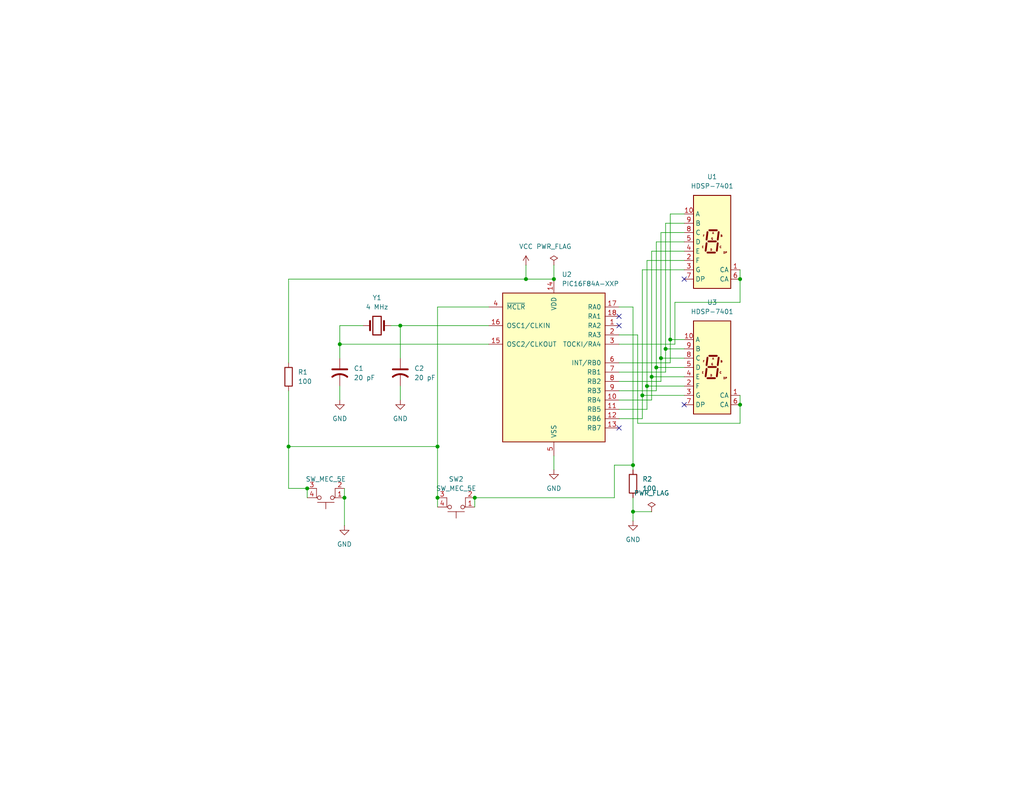
<source format=kicad_sch>
(kicad_sch (version 20250114) (generator "eeschema") (generator_version "9.0")
  (paper "USLetter")
  (title_block (title "Logic Circuit Example #3") (date "2025-06-24") (rev "1.0") (comment 1 "Chrys Sean T. Sevilla"))
  (lib_symbols
    (symbol "Device:C_US" (pin_numbers (hide yes)) (pin_names (offset 0.254) (hide yes))
      (property "Reference" "C" (at 0.635 2.54 0))
      (property "Value" "C_US" (at 0.635 -2.54 0))
      (symbol "C_US_0_1"
        (polyline (pts (xy -2.032 0.762) (xy 2.032 0.762)) (stroke (width 0.508)))
        (arc (start -2.032 -1.27) (mid 0 -0.5572) (end 2.032 -1.27) (stroke (width 0.508)))
      )
      (symbol "C_US_1_1"
        (pin passive line (at 0 3.81 270) (length 2.794) (name "~") (number "1"))
        (pin passive line (at 0 -3.81 90) (length 3.302) (name "~") (number "2"))
      )
    )
    (symbol "Device:Crystal" (pin_numbers (hide yes)) (pin_names (offset 1.016) (hide yes))
      (property "Reference" "Y" (at 0 3.81 0))
      (property "Value" "Crystal" (at 0 -3.81 0))
      (symbol "Crystal_0_1"
        (polyline (pts (xy -2.54 0) (xy -1.905 0)))
        (polyline (pts (xy -1.905 -1.27) (xy -1.905 1.27)) (stroke (width 0.508)))
        (rectangle (start -1.143 2.54) (end 1.143 -2.54) (stroke (width 0.3048)))
        (polyline (pts (xy 1.905 -1.27) (xy 1.905 1.27)) (stroke (width 0.508)))
        (polyline (pts (xy 2.54 0) (xy 1.905 0)))
      )
      (symbol "Crystal_1_1"
        (pin passive line (at -3.81 0 0) (length 1.27) (name "1") (number "1"))
        (pin passive line (at 3.81 0 180) (length 1.27) (name "2") (number "2"))
      )
    )
    (symbol "Device:R" (pin_numbers (hide yes)) (pin_names (offset 0))
      (property "Reference" "R" (at 2.032 0 90))
      (property "Value" "R" (at 0 0 90))
      (symbol "R_0_1"
        (rectangle (start -1.016 -2.54) (end 1.016 2.54) (stroke (width 0.254)))
      )
      (symbol "R_1_1"
        (pin passive line (at 0 3.81 270) (length 1.27) (name "~") (number "1"))
        (pin passive line (at 0 -3.81 90) (length 1.27) (name "~") (number "2"))
      )
    )
    (symbol "Display_Character:HDSP-7401"
      (property "Reference" "U" (at -3.81 13.97 0))
      (property "Value" "HDSP-7401" (at 6.35 13.97 0))
      (symbol "HDSP-7401_1_0"
        (text "E" (at -2.54 -1.397 0) (effects (font (size 0.508 0.508))))
        (text "F" (at -2.286 1.651 0) (effects (font (size 0.508 0.508))))
        (text "D" (at -0.254 -2.159 0) (effects (font (size 0.508 0.508))))
        (text "G" (at 0 0.889 0) (effects (font (size 0.508 0.508))))
        (text "A" (at 0.254 2.413 0) (effects (font (size 0.508 0.508))))
        (text "C" (at 2.286 -1.397 0) (effects (font (size 0.508 0.508))))
        (text "B" (at 2.54 1.651 0) (effects (font (size 0.508 0.508))))
        (text "DP" (at 3.556 -2.921 0) (effects (font (size 0.508 0.508))))
      )
      (symbol "HDSP-7401_1_1"
        (rectangle (start -5.08 12.7) (end 5.08 -12.7) (stroke (width 0.254)) (fill (type background)))
        (polyline (pts (xy -1.524 -0.381) (xy -1.778 -2.413)) (stroke (width 0.508)))
        (polyline (pts (xy -1.27 2.667) (xy -1.524 0.635)) (stroke (width 0.508)))
        (polyline (pts (xy -1.27 -2.921) (xy 0.762 -2.921)) (stroke (width 0.508)))
        (polyline (pts (xy -1.016 0.127) (xy 1.016 0.127)) (stroke (width 0.508)))
        (polyline (pts (xy -0.762 3.175) (xy 1.27 3.175)) (stroke (width 0.508)))
        (polyline (pts (xy 1.524 -0.381) (xy 1.27 -2.413)) (stroke (width 0.508)))
        (polyline (pts (xy 1.778 2.667) (xy 1.524 0.635)) (stroke (width 0.508)))
        (polyline (pts (xy 2.54 -2.921) (xy 2.54 -2.921)) (stroke (width 0.508)))
        (pin input line (at -7.62 7.62 0) (length 2.54) (name "A") (number "10"))
        (pin input line (at -7.62 5.08 0) (length 2.54) (name "B") (number "9"))
        (pin input line (at -7.62 2.54 0) (length 2.54) (name "C") (number "8"))
        (pin input line (at -7.62 0 0) (length 2.54) (name "D") (number "5"))
        (pin input line (at -7.62 -2.54 0) (length 2.54) (name "E") (number "4"))
        (pin input line (at -7.62 -5.08 0) (length 2.54) (name "F") (number "2"))
        (pin input line (at -7.62 -7.62 0) (length 2.54) (name "G") (number "3"))
        (pin input line (at -7.62 -10.16 0) (length 2.54) (name "DP") (number "7"))
        (pin input line (at 7.62 -7.62 180) (length 2.54) (name "CA") (number "1"))
        (pin input line (at 7.62 -10.16 180) (length 2.54) (name "CA") (number "6"))
      )
    )
    (symbol "MCU_Microchip_PIC16:PIC16F84A-XXP" (pin_names (offset 1.016))
      (property "Reference" "U" (at 2.54 22.86 0))
      (property "Value" "PIC16F84A-XXP" (at 2.54 20.32 0))
      (symbol "PIC16F84A-XXP_0_1"
        (rectangle (start -13.97 19.05) (end 13.97 -21.59) (stroke (width 0.254)) (fill (type background)))
      )
      (symbol "PIC16F84A-XXP_1_1"
        (pin input line (at -17.78 15.24 0) (length 3.81) (name "~{MCLR}") (number "4"))
        (pin input line (at -17.78 10.16 0) (length 3.81) (name "OSC1/CLKIN") (number "16"))
        (pin output line (at -17.78 5.08 0) (length 3.81) (name "OSC2/CLKOUT") (number "15"))
        (pin power_in line (at 0 22.86 270) (length 3.81) (name "VDD") (number "14"))
        (pin power_in line (at 0 -25.4 90) (length 3.81) (name "VSS") (number "5"))
        (pin bidirectional line (at 17.78 15.24 180) (length 3.81) (name "RA0") (number "17"))
        (pin bidirectional line (at 17.78 12.7 180) (length 3.81) (name "RA1") (number "18"))
        (pin bidirectional line (at 17.78 10.16 180) (length 3.81) (name "RA2") (number "1"))
        (pin bidirectional line (at 17.78 7.62 180) (length 3.81) (name "RA3") (number "2"))
        (pin bidirectional line (at 17.78 5.08 180) (length 3.81) (name "TOCKI/RA4") (number "3"))
        (pin bidirectional line (at 17.78 0 180) (length 3.81) (name "INT/RB0") (number "6"))
        (pin bidirectional line (at 17.78 -2.54 180) (length 3.81) (name "RB1") (number "7"))
        (pin bidirectional line (at 17.78 -5.08 180) (length 3.81) (name "RB2") (number "8"))
        (pin bidirectional line (at 17.78 -7.62 180) (length 3.81) (name "RB3") (number "9"))
        (pin bidirectional line (at 17.78 -10.16 180) (length 3.81) (name "RB4") (number "10"))
        (pin bidirectional line (at 17.78 -12.7 180) (length 3.81) (name "RB5") (number "11"))
        (pin bidirectional line (at 17.78 -15.24 180) (length 3.81) (name "RB6") (number "12"))
        (pin bidirectional line (at 17.78 -17.78 180) (length 3.81) (name "RB7") (number "13"))
      )
    )
    (symbol "Switch:SW_MEC_5E" (pin_names (offset 1.016) (hide yes))
      (property "Reference" "SW" (at 0.635 5.715 0))
      (property "Value" "SW_MEC_5E" (at 0 -3.175 0))
      (symbol "SW_MEC_5E_0_1"
        (polyline (pts (xy -2.54 0) (xy -2.54 2.54) (xy -2.286 2.54)))
        (polyline (pts (xy -2.286 3.81) (xy 2.286 3.81)))
        (circle (center -1.778 2.54) (radius 0.508))
        (polyline (pts (xy 0 3.81) (xy 0 5.588)))
        (circle (center 1.778 2.54) (radius 0.508))
        (polyline (pts (xy 2.54 0) (xy 2.54 2.54) (xy 2.286 2.54)))
        (pin passive line (at -5.08 2.54 0) (length 2.54) (name "1") (number "1"))
        (pin passive line (at -5.08 0 0) (length 2.54) (name "2") (number "2"))
        (pin passive line (at 5.08 2.54 180) (length 2.54) (name "A") (number "4"))
        (pin passive line (at 5.08 0 180) (length 2.54) (name "K") (number "3"))
      )
    )
    (symbol "power:GND" (power) (pin_numbers (hide yes)) (pin_names (offset 0) (hide yes))
      (property "Value" "GND" (at 0 -3.81 0))
      (symbol "GND_0_1"
        (polyline (pts (xy 0 0) (xy 0 -1.27) (xy 1.27 -1.27) (xy 0 -2.54) (xy -1.27 -1.27) (xy 0 -1.27)))
      )
      (symbol "GND_1_1"
        (pin power_in line (at 0 0 270) (length 0) (name "~") (number "1"))
      )
    )
    (symbol "power:PWR_FLAG" (power) (pin_numbers (hide yes)) (pin_names (offset 0) (hide yes))
      (property "Value" "PWR_FLAG" (at 0 3.81 0))
      (symbol "PWR_FLAG_0_0"
        (pin power_out line (at 0 0 90) (length 0) (name "~") (number "1"))
      )
      (symbol "PWR_FLAG_0_1"
        (polyline (pts (xy 0 0) (xy 0 1.27) (xy -1.016 1.905) (xy 0 2.54) (xy 1.016 1.905) (xy 0 1.27)))
      )
    )
    (symbol "power:VCC" (power) (pin_numbers (hide yes)) (pin_names (offset 0) (hide yes))
      (property "Value" "VCC" (at 0 3.556 0))
      (symbol "VCC_0_1"
        (polyline (pts (xy -0.762 1.27) (xy 0 2.54)))
        (polyline (pts (xy 0 2.54) (xy 0.762 1.27)))
        (polyline (pts (xy 0 0) (xy 0 2.54)))
      )
      (symbol "VCC_1_1"
        (pin power_in line (at 0 0 90) (length 0) (name "~") (number "1"))
      )
    )
  )
  (junction (at 201.93 110.49))
  (junction (at 182.88 92.71))
  (junction (at 109.22 88.9))
  (junction (at 180.34 97.79))
  (junction (at 78.74 121.92))
  (junction (at 83.82 133.35))
  (junction (at 93.98 135.89))
  (junction (at 172.72 139.7))
  (junction (at 175.26 107.95))
  (junction (at 172.72 127))
  (junction (at 92.71 93.98))
  (junction (at 129.54 135.89))
  (junction (at 119.38 121.92))
  (junction (at 119.38 135.89))
  (junction (at 201.93 76.2))
  (junction (at 177.8 102.87))
  (junction (at 151.13 76.2))
  (junction (at 181.61 95.25))
  (junction (at 143.51 76.2))
  (junction (at 176.53 105.41))
  (junction (at 179.07 100.33))
  (no_connect (at 186.69 110.49))
  (no_connect (at 168.91 88.9))
  (no_connect (at 186.69 76.2))
  (no_connect (at 168.91 116.84))
  (no_connect (at 168.91 86.36))
  (wire (pts (xy 176.53 111.76) (xy 176.53 105.41)))
  (wire (pts (xy 177.8 139.7) (xy 172.72 139.7)))
  (wire (pts (xy 78.74 76.2) (xy 78.74 99.06)))
  (wire (pts (xy 109.22 105.41) (xy 109.22 109.22)))
  (wire (pts (xy 182.88 99.06) (xy 182.88 92.71)))
  (wire (pts (xy 184.15 93.98) (xy 168.91 93.98)))
  (wire (pts (xy 201.93 115.57) (xy 201.93 110.49)))
  (wire (pts (xy 181.61 60.96) (xy 186.69 60.96)))
  (wire (pts (xy 168.91 104.14) (xy 180.34 104.14)))
  (wire (pts (xy 83.82 133.35) (xy 78.74 133.35)))
  (wire (pts (xy 92.71 93.98) (xy 92.71 88.9)))
  (wire (pts (xy 173.99 91.44) (xy 173.99 115.57)))
  (wire (pts (xy 184.15 82.55) (xy 184.15 93.98)))
  (wire (pts (xy 175.26 107.95) (xy 186.69 107.95)))
  (wire (pts (xy 168.91 106.68) (xy 179.07 106.68)))
  (wire (pts (xy 167.64 127) (xy 172.72 127)))
  (wire (pts (xy 93.98 135.89) (xy 93.98 143.51)))
  (wire (pts (xy 175.26 73.66) (xy 186.69 73.66)))
  (wire (pts (xy 167.64 135.89) (xy 167.64 127)))
  (wire (pts (xy 181.61 95.25) (xy 181.61 60.96)))
  (wire (pts (xy 201.93 76.2) (xy 201.93 73.66)))
  (wire (pts (xy 151.13 124.46) (xy 151.13 128.27)))
  (wire (pts (xy 181.61 95.25) (xy 186.69 95.25)))
  (wire (pts (xy 78.74 133.35) (xy 78.74 121.92)))
  (wire (pts (xy 168.91 109.22) (xy 177.8 109.22)))
  (wire (pts (xy 168.91 91.44) (xy 173.99 91.44)))
  (wire (pts (xy 109.22 88.9) (xy 109.22 97.79)))
  (wire (pts (xy 143.51 72.39) (xy 143.51 76.2)))
  (wire (pts (xy 119.38 121.92) (xy 119.38 135.89)))
  (wire (pts (xy 182.88 58.42) (xy 186.69 58.42)))
  (wire (pts (xy 83.82 133.35) (xy 83.82 135.89)))
  (wire (pts (xy 177.8 102.87) (xy 177.8 68.58)))
  (wire (pts (xy 92.71 105.41) (xy 92.71 109.22)))
  (wire (pts (xy 201.93 110.49) (xy 201.93 107.95)))
  (wire (pts (xy 129.54 135.89) (xy 167.64 135.89)))
  (wire (pts (xy 182.88 92.71) (xy 182.88 58.42)))
  (wire (pts (xy 172.72 83.82) (xy 172.72 127)))
  (wire (pts (xy 168.91 99.06) (xy 182.88 99.06)))
  (wire (pts (xy 172.72 139.7) (xy 172.72 142.24)))
  (wire (pts (xy 177.8 102.87) (xy 186.69 102.87)))
  (wire (pts (xy 201.93 82.55) (xy 201.93 76.2)))
  (wire (pts (xy 182.88 92.71) (xy 186.69 92.71)))
  (wire (pts (xy 176.53 105.41) (xy 176.53 71.12)))
  (wire (pts (xy 151.13 72.39) (xy 151.13 76.2)))
  (wire (pts (xy 177.8 68.58) (xy 186.69 68.58)))
  (wire (pts (xy 119.38 135.89) (xy 119.38 138.43)))
  (wire (pts (xy 176.53 71.12) (xy 186.69 71.12)))
  (wire (pts (xy 176.53 105.41) (xy 186.69 105.41)))
  (wire (pts (xy 168.91 111.76) (xy 176.53 111.76)))
  (wire (pts (xy 172.72 127) (xy 172.72 128.27)))
  (wire (pts (xy 92.71 93.98) (xy 92.71 97.79)))
  (wire (pts (xy 78.74 121.92) (xy 78.74 106.68)))
  (wire (pts (xy 179.07 100.33) (xy 179.07 66.04)))
  (wire (pts (xy 109.22 88.9) (xy 106.68 88.9)))
  (wire (pts (xy 133.35 88.9) (xy 109.22 88.9)))
  (wire (pts (xy 186.69 63.5) (xy 180.34 63.5)))
  (wire (pts (xy 168.91 114.3) (xy 175.26 114.3)))
  (wire (pts (xy 184.15 82.55) (xy 201.93 82.55)))
  (wire (pts (xy 180.34 97.79) (xy 180.34 104.14)))
  (wire (pts (xy 143.51 76.2) (xy 151.13 76.2)))
  (wire (pts (xy 168.91 83.82) (xy 172.72 83.82)))
  (wire (pts (xy 172.72 135.89) (xy 172.72 139.7)))
  (wire (pts (xy 93.98 133.35) (xy 93.98 135.89)))
  (wire (pts (xy 133.35 83.82) (xy 119.38 83.82)))
  (wire (pts (xy 181.61 101.6) (xy 181.61 95.25)))
  (wire (pts (xy 168.91 101.6) (xy 181.61 101.6)))
  (wire (pts (xy 173.99 115.57) (xy 201.93 115.57)))
  (wire (pts (xy 179.07 66.04) (xy 186.69 66.04)))
  (wire (pts (xy 175.26 114.3) (xy 175.26 107.95)))
  (wire (pts (xy 177.8 109.22) (xy 177.8 102.87)))
  (wire (pts (xy 92.71 88.9) (xy 99.06 88.9)))
  (wire (pts (xy 78.74 121.92) (xy 119.38 121.92)))
  (wire (pts (xy 175.26 107.95) (xy 175.26 73.66)))
  (wire (pts (xy 180.34 97.79) (xy 186.69 97.79)))
  (wire (pts (xy 180.34 63.5) (xy 180.34 97.79)))
  (wire (pts (xy 78.74 76.2) (xy 143.51 76.2)))
  (wire (pts (xy 179.07 106.68) (xy 179.07 100.33)))
  (wire (pts (xy 179.07 100.33) (xy 186.69 100.33)))
  (wire (pts (xy 92.71 93.98) (xy 133.35 93.98)))
  (wire (pts (xy 119.38 83.82) (xy 119.38 121.92)))
  (wire (pts (xy 129.54 135.89) (xy 129.54 138.43)))
  (symbol (lib_id "Device:Crystal") (at 102.87 88.9 0) (unit 1)
    (property "Reference" "Y1" (at 102.87 81.28 0))
    (property "Value" "4 MHz" (at 102.87 83.82 0))
    (property "Description" "Two pin crystal" (effects (hide yes)))
  )
  (symbol (lib_id "Switch:SW_MEC_5E") (at 88.9 133.35 180) (unit 1)
    (property "Reference" "SW1" (effects (hide yes)))
    (property "Value" "SW_MEC_5E" (at 88.9 130.81 0))
    (property "Datasheet" "http://www.apem.com/int/index.php?controller=attachment&id_attachment=1371" (effects (hide yes)))
    (property "Description" "MEC 5E single pole normally-open tactile switch" (effects (hide yes)))
  )
  (symbol (lib_id "Display_Character:HDSP-7401") (at 194.31 100.33 0) (unit 1)
    (property "Reference" "U3" (at 194.31 82.55 0))
    (property "Value" "HDSP-7401" (at 194.31 85.09 0))
    (property "Footprint" "Display_7Segment:HDSP-7401" (effects (hide yes)))
    (property "Datasheet" "https://docs.broadcom.com/docs/AV02-2553EN" (effects (hide yes)))
    (property "Description" "One digit 7 segment yellow, common anode" (effects (hide yes)))
  )
  (symbol (lib_id "Device:C_US") (at 109.22 101.6 0) (unit 1)
    (property "Reference" "C2" (at 113.03 100.5839 0) (effects (justify left)))
    (property "Value" "20 pF" (at 113.03 103.1239 0) (effects (justify left)))
    (property "Description" "capacitor, US symbol" (effects (hide yes)))
  )
  (symbol (lib_id "power:GND") (at 151.13 128.27 0) (unit 1)
    (property "Reference" "#PWR02" (effects (hide yes)))
    (property "Value" "GND" (at 151.13 133.35 0))
    (property "Description" "Power symbol creates a global label with name \"GND\" , ground" (effects (hide yes)))
  )
  (symbol (lib_id "power:PWR_FLAG") (at 177.8 139.7 0) (unit 1)
    (property "Reference" "#FLG02" (effects (hide yes)))
    (property "Value" "PWR_FLAG" (at 177.8 134.62 0))
    (property "Description" "Special symbol for telling ERC where power comes from" (effects (hide yes)))
  )
  (symbol (lib_id "power:PWR_FLAG") (at 151.13 72.39 0) (unit 1)
    (property "Reference" "#FLG01" (effects (hide yes)))
    (property "Value" "PWR_FLAG" (at 151.13 67.31 0))
    (property "Description" "Special symbol for telling ERC where power comes from" (effects (hide yes)))
  )
  (symbol (lib_id "Display_Character:HDSP-7401") (at 194.31 66.04 0) (unit 1)
    (property "Reference" "U1" (at 194.31 48.26 0))
    (property "Value" "HDSP-7401" (at 194.31 50.8 0))
    (property "Footprint" "Display_7Segment:HDSP-7401" (effects (hide yes)))
    (property "Datasheet" "https://docs.broadcom.com/docs/AV02-2553EN" (effects (hide yes)))
    (property "Description" "One digit 7 segment yellow, common anode" (effects (hide yes)))
  )
  (symbol (lib_id "Switch:SW_MEC_5E") (at 124.46 135.89 180) (unit 1)
    (property "Reference" "SW2" (at 124.46 130.81 0))
    (property "Value" "SW_MEC_5E" (at 124.46 133.35 0))
    (property "Datasheet" "http://www.apem.com/int/index.php?controller=attachment&id_attachment=1371" (effects (hide yes)))
    (property "Description" "MEC 5E single pole normally-open tactile switch" (effects (hide yes)))
  )
  (symbol (lib_id "Device:R") (at 172.72 132.08 0) (unit 1)
    (property "Reference" "R2" (at 175.26 130.8099 0) (effects (justify left)))
    (property "Value" "100" (at 175.26 133.3499 0) (effects (justify left)))
    (property "Description" "Resistor" (effects (hide yes)))
  )
  (symbol (lib_id "power:VCC") (at 143.51 72.39 0) (unit 1)
    (property "Reference" "#PWR06" (effects (hide yes)))
    (property "Value" "VCC" (at 143.51 67.31 0))
    (property "Description" "Power symbol creates a global label with name \"VCC\"" (effects (hide yes)))
  )
  (symbol (lib_id "power:GND") (at 109.22 109.22 0) (unit 1)
    (property "Reference" "#PWR04" (effects (hide yes)))
    (property "Value" "GND" (at 109.22 114.3 0))
    (property "Description" "Power symbol creates a global label with name \"GND\" , ground" (effects (hide yes)))
  )
  (symbol (lib_id "power:GND") (at 92.71 109.22 0) (unit 1)
    (property "Reference" "#PWR03" (effects (hide yes)))
    (property "Value" "GND" (at 92.71 114.3 0))
    (property "Description" "Power symbol creates a global label with name \"GND\" , ground" (effects (hide yes)))
  )
  (symbol (lib_id "MCU_Microchip_PIC16:PIC16F84A-XXP") (at 151.13 99.06 0) (unit 1)
    (property "Reference" "U2" (at 153.2733 74.93 0) (effects (justify left)))
    (property "Value" "PIC16F84A-XXP" (at 153.2733 77.47 0) (effects (justify left)))
    (property "Datasheet" "http://ww1.microchip.com/downloads/en/devicedoc/35007b.pdf" (effects (hide yes)))
    (property "Description" "PIC16F84A, 1K Flash, 68B SRAM, 64B EEPROM, DIP18" (effects (hide yes)))
  )
  (symbol (lib_id "power:GND") (at 172.72 142.24 0) (unit 1)
    (property "Reference" "#PWR01" (effects (hide yes)))
    (property "Value" "GND" (at 172.72 147.32 0))
    (property "Description" "Power symbol creates a global label with name \"GND\" , ground" (effects (hide yes)))
  )
  (symbol (lib_id "power:GND") (at 93.98 143.51 0) (unit 1)
    (property "Reference" "#PWR05" (effects (hide yes)))
    (property "Value" "GND" (at 93.98 148.59 0))
    (property "Description" "Power symbol creates a global label with name \"GND\" , ground" (effects (hide yes)))
  )
  (symbol (lib_id "Device:C_US") (at 92.71 101.6 0) (unit 1)
    (property "Reference" "C1" (at 96.52 100.5839 0) (effects (justify left)))
    (property "Value" "20 pF" (at 96.52 103.1239 0) (effects (justify left)))
    (property "Description" "capacitor, US symbol" (effects (hide yes)))
  )
  (symbol (lib_id "Device:R") (at 78.74 102.87 0) (unit 1)
    (property "Reference" "R1" (at 81.28 101.5999 0) (effects (justify left)))
    (property "Value" "100" (at 81.28 104.1399 0) (effects (justify left)))
    (property "Description" "Resistor" (effects (hide yes)))
  )
)
</source>
